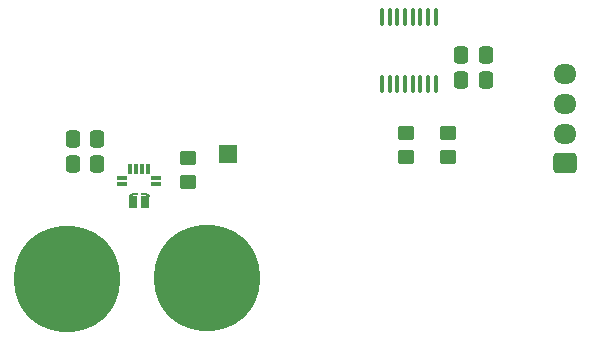
<source format=gbr>
%TF.GenerationSoftware,KiCad,Pcbnew,(6.0.7)*%
%TF.CreationDate,2024-03-23T14:20:04-04:00*%
%TF.ProjectId,single_cell_current,73696e67-6c65-45f6-9365-6c6c5f637572,rev?*%
%TF.SameCoordinates,Original*%
%TF.FileFunction,Soldermask,Top*%
%TF.FilePolarity,Negative*%
%FSLAX46Y46*%
G04 Gerber Fmt 4.6, Leading zero omitted, Abs format (unit mm)*
G04 Created by KiCad (PCBNEW (6.0.7)) date 2024-03-23 14:20:04*
%MOMM*%
%LPD*%
G01*
G04 APERTURE LIST*
G04 Aperture macros list*
%AMRoundRect*
0 Rectangle with rounded corners*
0 $1 Rounding radius*
0 $2 $3 $4 $5 $6 $7 $8 $9 X,Y pos of 4 corners*
0 Add a 4 corners polygon primitive as box body*
4,1,4,$2,$3,$4,$5,$6,$7,$8,$9,$2,$3,0*
0 Add four circle primitives for the rounded corners*
1,1,$1+$1,$2,$3*
1,1,$1+$1,$4,$5*
1,1,$1+$1,$6,$7*
1,1,$1+$1,$8,$9*
0 Add four rect primitives between the rounded corners*
20,1,$1+$1,$2,$3,$4,$5,0*
20,1,$1+$1,$4,$5,$6,$7,0*
20,1,$1+$1,$6,$7,$8,$9,0*
20,1,$1+$1,$8,$9,$2,$3,0*%
%AMRotRect*
0 Rectangle, with rotation*
0 The origin of the aperture is its center*
0 $1 length*
0 $2 width*
0 $3 Rotation angle, in degrees counterclockwise*
0 Add horizontal line*
21,1,$1,$2,0,0,$3*%
G04 Aperture macros list end*
%ADD10RoundRect,0.100000X-0.100000X0.637500X-0.100000X-0.637500X0.100000X-0.637500X0.100000X0.637500X0*%
%ADD11RoundRect,0.250000X-0.337500X-0.475000X0.337500X-0.475000X0.337500X0.475000X-0.337500X0.475000X0*%
%ADD12RoundRect,0.250000X0.450000X-0.350000X0.450000X0.350000X-0.450000X0.350000X-0.450000X-0.350000X0*%
%ADD13RoundRect,0.250000X-0.550000X-0.550000X0.550000X-0.550000X0.550000X0.550000X-0.550000X0.550000X0*%
%ADD14RotRect,0.282800X0.282800X135.000000*%
%ADD15R,0.600000X0.200000*%
%ADD16R,0.800000X1.070000*%
%ADD17R,0.850000X0.300000*%
%ADD18R,0.300000X0.850000*%
%ADD19RoundRect,0.250000X0.337500X0.475000X-0.337500X0.475000X-0.337500X-0.475000X0.337500X-0.475000X0*%
%ADD20C,9.000000*%
%ADD21RoundRect,0.250000X0.725000X-0.600000X0.725000X0.600000X-0.725000X0.600000X-0.725000X-0.600000X0*%
%ADD22O,1.950000X1.700000*%
G04 APERTURE END LIST*
D10*
%TO.C,U7*%
X229605000Y-49842500D03*
X228955000Y-49842500D03*
X228305000Y-49842500D03*
X227655000Y-49842500D03*
X227005000Y-49842500D03*
X226355000Y-49842500D03*
X225705000Y-49842500D03*
X225055000Y-49842500D03*
X225055000Y-55567500D03*
X225705000Y-55567500D03*
X226355000Y-55567500D03*
X227005000Y-55567500D03*
X227655000Y-55567500D03*
X228305000Y-55567500D03*
X228955000Y-55567500D03*
X229605000Y-55567500D03*
%TD*%
D11*
%TO.C,CDVDD1*%
X231780000Y-53100000D03*
X233855000Y-53100000D03*
%TD*%
D12*
%TO.C,R1*%
X230600000Y-61700000D03*
X230600000Y-59700000D03*
%TD*%
%TO.C,Rpu1*%
X208650000Y-63845200D03*
X208650000Y-61845200D03*
%TD*%
D13*
%TO.C,TP1*%
X212000000Y-61500000D03*
%TD*%
D11*
%TO.C,CAVDD1*%
X231780000Y-55245000D03*
X233855000Y-55245000D03*
%TD*%
D12*
%TO.C,R2*%
X227100000Y-61700000D03*
X227100000Y-59700000D03*
%TD*%
D14*
%TO.C,U1*%
X203800000Y-65010200D03*
D15*
X204100000Y-64910200D03*
D16*
X204000000Y-65545200D03*
D14*
X205200000Y-65010200D03*
D15*
X204900000Y-64910200D03*
D16*
X205000000Y-65545200D03*
D17*
X205950000Y-63995200D03*
X205950000Y-63495200D03*
D18*
X205250000Y-62795200D03*
X204750000Y-62795200D03*
X204250000Y-62795200D03*
X203750000Y-62795200D03*
D17*
X203050000Y-63495200D03*
X203050000Y-63995200D03*
%TD*%
D19*
%TO.C,Cload1*%
X200925000Y-60190200D03*
X198850000Y-60190200D03*
%TD*%
D20*
%TO.C,H4.1*%
X198400000Y-72045200D03*
%TD*%
D21*
%TO.C,J1*%
X240550000Y-62250000D03*
D22*
X240550000Y-59750000D03*
X240550000Y-57250000D03*
X240550000Y-54750000D03*
%TD*%
D20*
%TO.C,H4.2*%
X210200000Y-71945200D03*
%TD*%
D19*
%TO.C,CByp1*%
X200925000Y-62345200D03*
X198850000Y-62345200D03*
%TD*%
M02*

</source>
